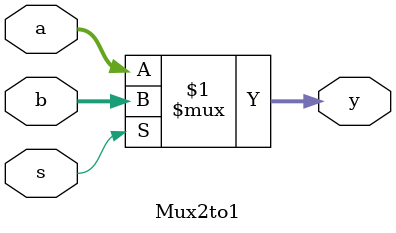
<source format=v>
module Mux2to1(
    input wire [31:0] a,
    input wire [31:0] b,
    input wire s,
    output wire [31:0] y
);
    assign y = s ? b : a;
endmodule

</source>
